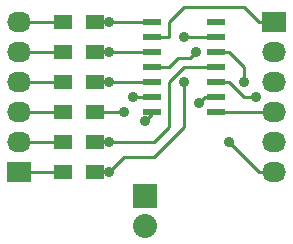
<source format=gbr>
G04 #@! TF.FileFunction,Copper,L1,Top,Signal*
%FSLAX46Y46*%
G04 Gerber Fmt 4.6, Leading zero omitted, Abs format (unit mm)*
G04 Created by KiCad (PCBNEW (after 2015-mar-04 BZR unknown)-product) date 9/30/2016 11:23:13 AM*
%MOMM*%
G01*
G04 APERTURE LIST*
%ADD10C,0.150000*%
%ADD11R,1.500000X1.300000*%
%ADD12R,1.500000X0.600000*%
%ADD13R,2.032000X1.727200*%
%ADD14O,2.032000X1.727200*%
%ADD15R,2.032000X2.032000*%
%ADD16O,2.032000X2.032000*%
%ADD17C,0.889000*%
%ADD18C,0.254000*%
G04 APERTURE END LIST*
D10*
D11*
X36910000Y-25400000D03*
X34210000Y-25400000D03*
X36910000Y-27940000D03*
X34210000Y-27940000D03*
X36910000Y-30480000D03*
X34210000Y-30480000D03*
X36910000Y-33020000D03*
X34210000Y-33020000D03*
X36910000Y-35560000D03*
X34210000Y-35560000D03*
X36910000Y-38100000D03*
X34210000Y-38100000D03*
D12*
X41750000Y-25400000D03*
X41750000Y-26670000D03*
X41750000Y-27940000D03*
X41750000Y-29210000D03*
X41750000Y-30480000D03*
X41750000Y-31750000D03*
X41750000Y-33020000D03*
X47150000Y-33020000D03*
X47150000Y-31750000D03*
X47150000Y-30480000D03*
X47150000Y-29210000D03*
X47150000Y-27940000D03*
X47150000Y-26670000D03*
X47150000Y-25400000D03*
D13*
X30480000Y-38100000D03*
D14*
X30480000Y-35560000D03*
X30480000Y-33020000D03*
X30480000Y-30480000D03*
X30480000Y-27940000D03*
X30480000Y-25400000D03*
D13*
X52070000Y-25400000D03*
D14*
X52070000Y-27940000D03*
X52070000Y-30480000D03*
X52070000Y-33020000D03*
X52070000Y-35560000D03*
X52070000Y-38100000D03*
D15*
X41148000Y-40132000D03*
D16*
X41148000Y-42672000D03*
D17*
X38100000Y-25400000D03*
X41148000Y-33782000D03*
X38100000Y-27940000D03*
X38100000Y-30480000D03*
X39370000Y-33020000D03*
X45720000Y-32258000D03*
X38100000Y-35560000D03*
X38100000Y-38100000D03*
X44450000Y-26670000D03*
X44450000Y-30480000D03*
X45466000Y-27940000D03*
X40132000Y-31750000D03*
X50546000Y-31750000D03*
X48260000Y-35560000D03*
X49530000Y-30480000D03*
D18*
X41750000Y-25400000D02*
X36910000Y-25400000D01*
X38100000Y-25400000D02*
X36910000Y-25400000D01*
X41750000Y-33180000D02*
X41148000Y-33782000D01*
X41750000Y-33020000D02*
X41750000Y-33180000D01*
X41750000Y-27940000D02*
X36910000Y-27940000D01*
X38100000Y-27940000D02*
X36910000Y-27940000D01*
X41910000Y-30480000D02*
X41750000Y-30480000D01*
X36910000Y-30480000D02*
X41910000Y-30480000D01*
X38100000Y-30480000D02*
X36910000Y-30480000D01*
X36910000Y-33020000D02*
X39370000Y-33020000D01*
X45720000Y-32258000D02*
X46228000Y-31750000D01*
X46228000Y-31750000D02*
X47150000Y-31750000D01*
X41910000Y-35560000D02*
X43180000Y-34290000D01*
X43180000Y-34290000D02*
X43180000Y-30480000D01*
X43180000Y-30480000D02*
X44450000Y-29210000D01*
X44450000Y-29210000D02*
X47150000Y-29210000D01*
X38100000Y-35560000D02*
X41910000Y-35560000D01*
X36910000Y-35560000D02*
X38100000Y-35560000D01*
X36910000Y-38100000D02*
X38100000Y-38100000D01*
X44450000Y-26670000D02*
X47150000Y-26670000D01*
X44450000Y-34290000D02*
X44450000Y-30480000D01*
X41910000Y-36830000D02*
X44450000Y-34290000D01*
X39370000Y-36830000D02*
X41910000Y-36830000D01*
X38100000Y-38100000D02*
X39370000Y-36830000D01*
X30480000Y-38100000D02*
X34210000Y-38100000D01*
X30480000Y-35560000D02*
X34210000Y-35560000D01*
X30480000Y-33020000D02*
X34210000Y-33020000D01*
X30480000Y-30480000D02*
X34210000Y-30480000D01*
X34210000Y-27940000D02*
X30480000Y-27940000D01*
X34210000Y-25400000D02*
X30480000Y-25400000D01*
X43180000Y-26670000D02*
X43180000Y-25400000D01*
X43180000Y-25400000D02*
X44450000Y-24130000D01*
X44450000Y-24130000D02*
X49530000Y-24130000D01*
X49530000Y-24130000D02*
X50800000Y-25400000D01*
X50800000Y-25400000D02*
X52070000Y-25400000D01*
X41750000Y-26670000D02*
X43180000Y-26670000D01*
X41750000Y-29210000D02*
X43180000Y-29210000D01*
X43180000Y-29210000D02*
X41750000Y-29210000D01*
X45466000Y-27940000D02*
X44958000Y-28448000D01*
X44958000Y-28448000D02*
X43942000Y-28448000D01*
X43942000Y-28448000D02*
X43180000Y-29210000D01*
X41750000Y-31750000D02*
X40132000Y-31750000D01*
X47150000Y-33020000D02*
X52070000Y-33020000D01*
X49530000Y-31750000D02*
X48260000Y-30480000D01*
X48260000Y-30480000D02*
X47150000Y-30480000D01*
X50546000Y-31750000D02*
X49530000Y-31750000D01*
X50800000Y-38100000D02*
X48260000Y-35560000D01*
X49530000Y-29210000D02*
X48260000Y-27940000D01*
X52070000Y-38100000D02*
X50800000Y-38100000D01*
X49530000Y-29210000D02*
X49530000Y-30480000D01*
X48260000Y-27940000D02*
X49530000Y-29210000D01*
X47150000Y-27940000D02*
X48260000Y-27940000D01*
M02*

</source>
